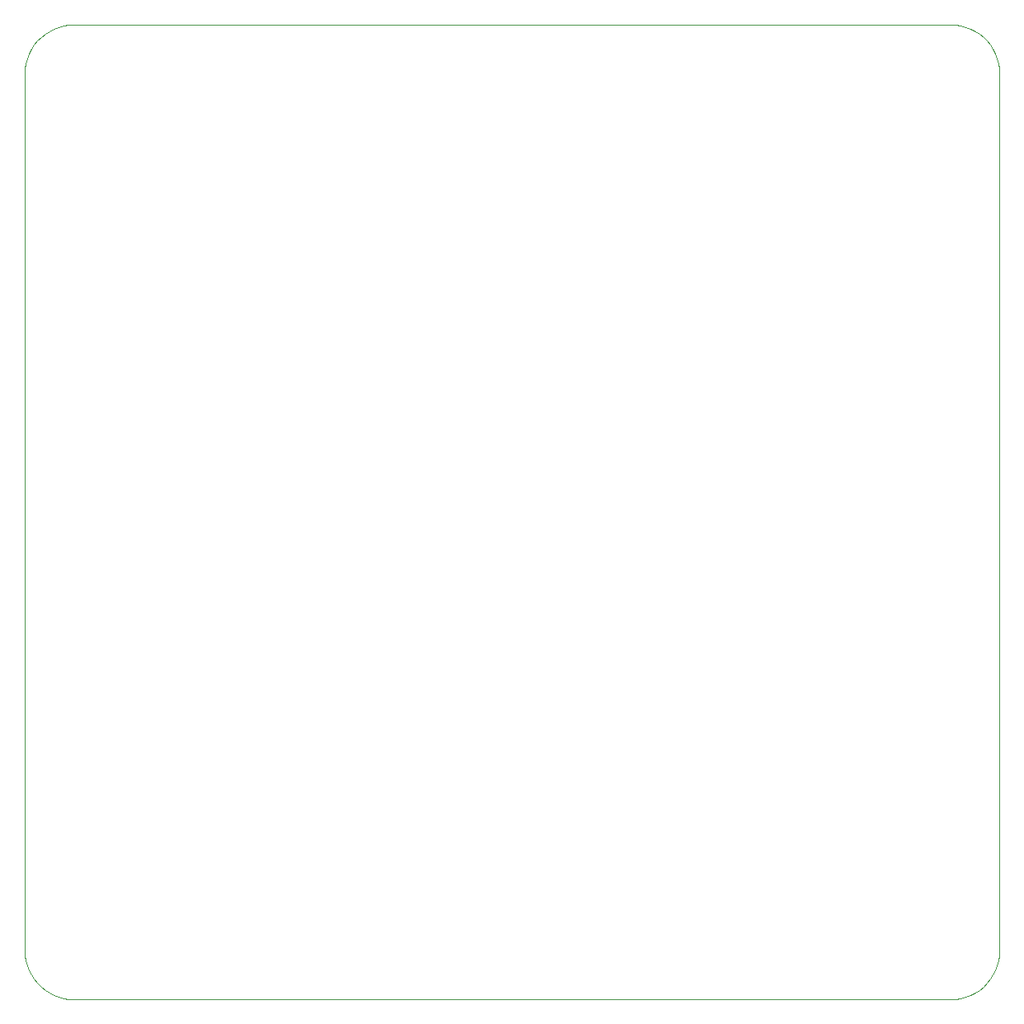
<source format=gbr>
G04 #@! TF.GenerationSoftware,KiCad,Pcbnew,5.1.5+dfsg1-2build2*
G04 #@! TF.CreationDate,2021-01-24T21:22:00+01:00*
G04 #@! TF.ProjectId,Logic_panel_v1_1,4c6f6769-635f-4706-916e-656c5f76315f,rev?*
G04 #@! TF.SameCoordinates,Original*
G04 #@! TF.FileFunction,Profile,NP*
%FSLAX46Y46*%
G04 Gerber Fmt 4.6, Leading zero omitted, Abs format (unit mm)*
G04 Created by KiCad (PCBNEW 5.1.5+dfsg1-2build2) date 2021-01-24 21:22:00*
%MOMM*%
%LPD*%
G04 APERTURE LIST*
G04 #@! TA.AperFunction,Profile*
%ADD10C,0.100000*%
G04 #@! TD*
G04 APERTURE END LIST*
D10*
X146039800Y-149891700D02*
X145522700Y-149973600D01*
X146545400Y-149756200D02*
X146039800Y-149891700D01*
X147034100Y-149568600D02*
X146545400Y-149756200D01*
X147500500Y-149331000D02*
X147034100Y-149568600D01*
X147939500Y-149045900D02*
X147500500Y-149331000D01*
X148346300Y-148716500D02*
X147939500Y-149045900D01*
X148716400Y-148346400D02*
X148346300Y-148716500D01*
X149045900Y-147939500D02*
X148716400Y-148346400D01*
X149331000Y-147500500D02*
X149045900Y-147939500D01*
X149568700Y-147034000D02*
X149331000Y-147500500D01*
X149756200Y-146545300D02*
X149568700Y-147034000D01*
X149891700Y-146039700D02*
X149756200Y-146545300D01*
X149973600Y-145522800D02*
X149891700Y-146039700D01*
X150001000Y-145000100D02*
X149973600Y-145522800D01*
X150001000Y-55000000D02*
X150001000Y-145000100D01*
X149973600Y-54477300D02*
X150001000Y-55000000D01*
X149891700Y-53960300D02*
X149973600Y-54477300D01*
X149756200Y-53454700D02*
X149891700Y-53960300D01*
X149568700Y-52966000D02*
X149756200Y-53454700D01*
X149331000Y-52499500D02*
X149568700Y-52966000D01*
X149045900Y-52060500D02*
X149331000Y-52499500D01*
X148716400Y-51653600D02*
X149045900Y-52060500D01*
X148346300Y-51283500D02*
X148716400Y-51653600D01*
X147939500Y-50954100D02*
X148346300Y-51283500D01*
X147500500Y-50669000D02*
X147939500Y-50954100D01*
X147034000Y-50431300D02*
X147500500Y-50669000D01*
X146545300Y-50243800D02*
X147034000Y-50431300D01*
X146039700Y-50108300D02*
X146545300Y-50243800D01*
X145522700Y-50026400D02*
X146039700Y-50108300D01*
X145000000Y-49999000D02*
X145522700Y-50026400D01*
X55000000Y-49999000D02*
X145000000Y-49999000D01*
X54477300Y-50026400D02*
X55000000Y-49999000D01*
X53960300Y-50108300D02*
X54477300Y-50026400D01*
X53454700Y-50243800D02*
X53960300Y-50108300D01*
X52966000Y-50431300D02*
X53454700Y-50243800D01*
X52499500Y-50669000D02*
X52966000Y-50431300D01*
X52060500Y-50954100D02*
X52499500Y-50669000D01*
X51653600Y-51283600D02*
X52060500Y-50954100D01*
X51283500Y-51653700D02*
X51653600Y-51283600D01*
X50954100Y-52060500D02*
X51283500Y-51653700D01*
X50669000Y-52499500D02*
X50954100Y-52060500D01*
X50431300Y-52966000D02*
X50669000Y-52499500D01*
X50243800Y-53454700D02*
X50431300Y-52966000D01*
X50108300Y-53960300D02*
X50243800Y-53454700D01*
X50026400Y-54477300D02*
X50108300Y-53960300D01*
X49999000Y-55000000D02*
X50026400Y-54477300D01*
X49999000Y-145000000D02*
X49999000Y-55000000D01*
X50026400Y-145522700D02*
X49999000Y-145000000D01*
X50108300Y-146039700D02*
X50026400Y-145522700D01*
X50243800Y-146545300D02*
X50108300Y-146039700D01*
X50431300Y-147034000D02*
X50243800Y-146545300D01*
X50669000Y-147500500D02*
X50431300Y-147034000D01*
X50954100Y-147939600D02*
X50669000Y-147500500D01*
X51283600Y-148346400D02*
X50954100Y-147939600D01*
X51653700Y-148716500D02*
X51283600Y-148346400D01*
X52060500Y-149045900D02*
X51653700Y-148716500D01*
X52499500Y-149331000D02*
X52060500Y-149045900D01*
X52966000Y-149568700D02*
X52499500Y-149331000D01*
X53454700Y-149756200D02*
X52966000Y-149568700D01*
X53960300Y-149891700D02*
X53454700Y-149756200D01*
X54477300Y-149973600D02*
X53960300Y-149891700D01*
X55000000Y-150001000D02*
X54477300Y-149973600D01*
X145000000Y-150001000D02*
X55000000Y-150001000D01*
X145522700Y-149973600D02*
X145000000Y-150001000D01*
M02*

</source>
